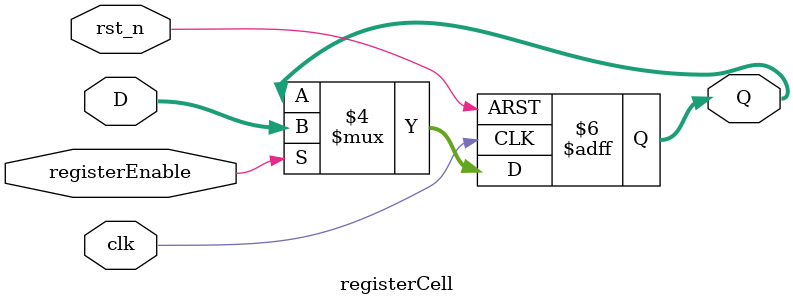
<source format=v>
module registerCell(
      input registerEnable,
      input clk,
	   input rst_n,
		input [31:0] D,
		output reg [31:0] Q
);
		
always @ (negedge clk, negedge rst_n) begin
     if (!rst_n) begin
         Q <= 32'd0;
	  end else if (registerEnable) begin
	      Q <= D;
	  end	else begin
	      Q <= Q;
	end 
end
endmodule
</source>
